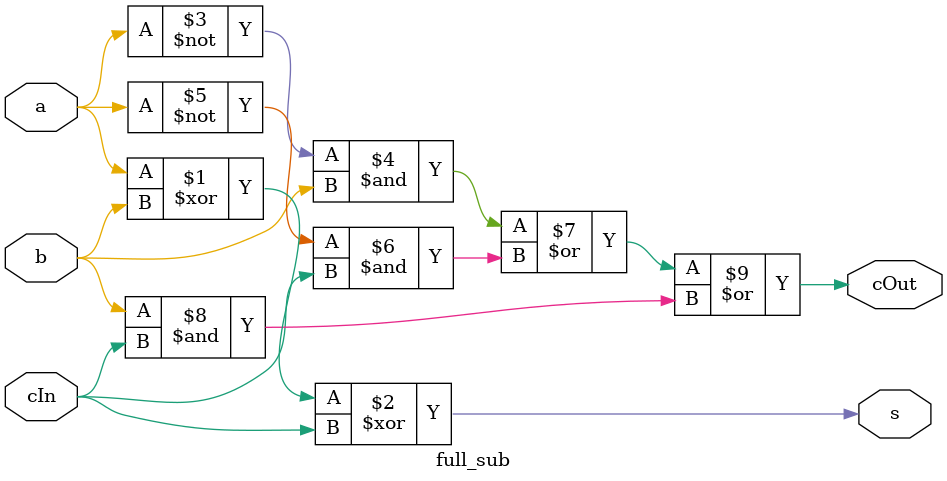
<source format=v>
module full_sub(a, b, cIn, s, cOut);

    input a, b, cIn;
    output s, cOut;

    assign s = a ^ b ^ cIn;
    assign cOut = (~a & b) | (~a & cIn) | (b & cIn);

endmodule
</source>
